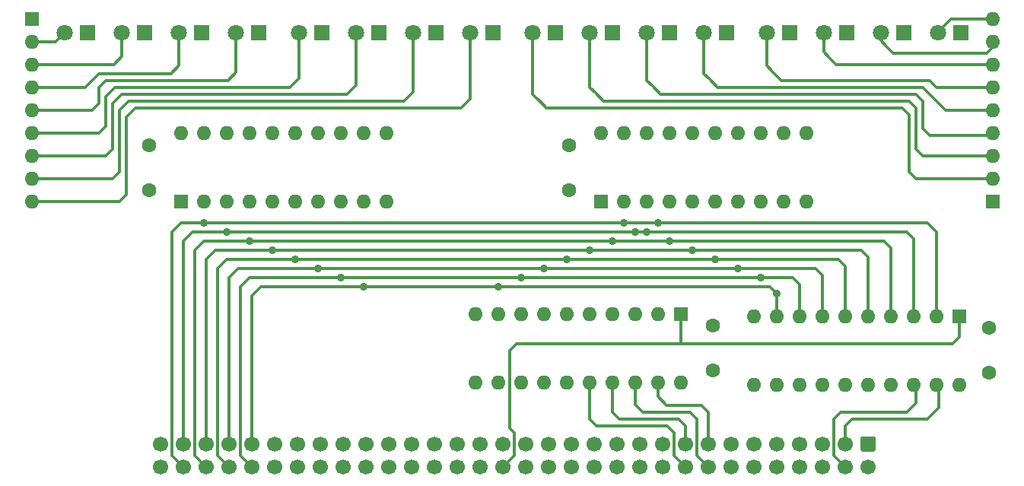
<source format=gbl>
%TF.GenerationSoftware,KiCad,Pcbnew,5.1.6-c6e7f7d~87~ubuntu18.04.1*%
%TF.CreationDate,2020-08-18T19:41:25+12:00*%
%TF.ProjectId,M1 Address Register,4d312041-6464-4726-9573-732052656769,rev?*%
%TF.SameCoordinates,Original*%
%TF.FileFunction,Copper,L4,Bot*%
%TF.FilePolarity,Positive*%
%FSLAX46Y46*%
G04 Gerber Fmt 4.6, Leading zero omitted, Abs format (unit mm)*
G04 Created by KiCad (PCBNEW 5.1.6-c6e7f7d~87~ubuntu18.04.1) date 2020-08-18 19:41:25*
%MOMM*%
%LPD*%
G01*
G04 APERTURE LIST*
%TA.AperFunction,ComponentPad*%
%ADD10C,1.600000*%
%TD*%
%TA.AperFunction,ComponentPad*%
%ADD11C,1.700000*%
%TD*%
%TA.AperFunction,ComponentPad*%
%ADD12R,1.600000X1.600000*%
%TD*%
%TA.AperFunction,ComponentPad*%
%ADD13O,1.600000X1.600000*%
%TD*%
%TA.AperFunction,ComponentPad*%
%ADD14C,1.800000*%
%TD*%
%TA.AperFunction,ComponentPad*%
%ADD15R,1.800000X1.800000*%
%TD*%
%TA.AperFunction,ViaPad*%
%ADD16C,0.889000*%
%TD*%
%TA.AperFunction,Conductor*%
%ADD17C,0.330200*%
%TD*%
G04 APERTURE END LIST*
D10*
%TO.P,C5,1*%
%TO.N,GND*%
X205359000Y-122555000D03*
%TO.P,C5,2*%
%TO.N,+5V*%
X205359000Y-127555000D03*
%TD*%
%TO.P,C6,2*%
%TO.N,+5V*%
X174625000Y-127301000D03*
%TO.P,C6,1*%
%TO.N,GND*%
X174625000Y-122301000D03*
%TD*%
%TO.P,C7,2*%
%TO.N,+5V*%
X111887000Y-102215000D03*
%TO.P,C7,1*%
%TO.N,GND*%
X111887000Y-107215000D03*
%TD*%
%TO.P,C8,1*%
%TO.N,GND*%
X158623000Y-107215000D03*
%TO.P,C8,2*%
%TO.N,+5V*%
X158623000Y-102215000D03*
%TD*%
%TO.P,J1,1*%
%TO.N,GND*%
%TA.AperFunction,ComponentPad*%
G36*
G01*
X191297000Y-134659000D02*
X192497000Y-134659000D01*
G75*
G02*
X192747000Y-134909000I0J-250000D01*
G01*
X192747000Y-136109000D01*
G75*
G02*
X192497000Y-136359000I-250000J0D01*
G01*
X191297000Y-136359000D01*
G75*
G02*
X191047000Y-136109000I0J250000D01*
G01*
X191047000Y-134909000D01*
G75*
G02*
X191297000Y-134659000I250000J0D01*
G01*
G37*
%TD.AperFunction*%
D11*
%TO.P,J1,3*%
%TO.N,/A0*%
X189357000Y-135509000D03*
%TO.P,J1,5*%
%TO.N,/A2*%
X186817000Y-135509000D03*
%TO.P,J1,7*%
%TO.N,/A4*%
X184277000Y-135509000D03*
%TO.P,J1,9*%
%TO.N,/A6*%
X181737000Y-135509000D03*
%TO.P,J1,11*%
%TO.N,GND*%
X179197000Y-135509000D03*
%TO.P,J1,13*%
X176657000Y-135509000D03*
%TO.P,J1,15*%
%TO.N,/A8*%
X174117000Y-135509000D03*
%TO.P,J1,17*%
%TO.N,/A10*%
X171577000Y-135509000D03*
%TO.P,J1,19*%
%TO.N,/A12*%
X169037000Y-135509000D03*
%TO.P,J1,21*%
%TO.N,/A14*%
X166497000Y-135509000D03*
%TO.P,J1,23*%
%TO.N,GND*%
X163957000Y-135509000D03*
%TO.P,J1,25*%
%TO.N,+5V*%
X161417000Y-135509000D03*
%TO.P,J1,27*%
%TO.N,GND*%
X158877000Y-135509000D03*
%TO.P,J1,29*%
%TO.N,Net-(J1-Pad29)*%
X156337000Y-135509000D03*
%TO.P,J1,31*%
%TO.N,Net-(J1-Pad31)*%
X153797000Y-135509000D03*
%TO.P,J1,33*%
%TO.N,Net-(J1-Pad33)*%
X151257000Y-135509000D03*
%TO.P,J1,35*%
%TO.N,/ADRHI*%
X148717000Y-135509000D03*
%TO.P,J1,37*%
%TO.N,Net-(J1-Pad37)*%
X146177000Y-135509000D03*
%TO.P,J1,39*%
%TO.N,GND*%
X143637000Y-135509000D03*
%TO.P,J1,41*%
X141097000Y-135509000D03*
%TO.P,J1,43*%
%TO.N,Net-(J1-Pad43)*%
X138557000Y-135509000D03*
%TO.P,J1,45*%
%TO.N,Net-(J1-Pad45)*%
X136017000Y-135509000D03*
%TO.P,J1,47*%
%TO.N,Net-(J1-Pad47)*%
X133477000Y-135509000D03*
%TO.P,J1,49*%
%TO.N,Net-(J1-Pad49)*%
X130937000Y-135509000D03*
%TO.P,J1,51*%
%TO.N,GND*%
X128397000Y-135509000D03*
%TO.P,J1,53*%
X125857000Y-135509000D03*
%TO.P,J1,55*%
%TO.N,/D7*%
X123317000Y-135509000D03*
%TO.P,J1,57*%
%TO.N,/D5*%
X120777000Y-135509000D03*
%TO.P,J1,59*%
%TO.N,/D3*%
X118237000Y-135509000D03*
%TO.P,J1,61*%
%TO.N,/D1*%
X115697000Y-135509000D03*
%TO.P,J1,63*%
%TO.N,GND*%
X113157000Y-135509000D03*
%TO.P,J1,2*%
X191897000Y-138049000D03*
%TO.P,J1,4*%
%TO.N,/A1*%
X189357000Y-138049000D03*
%TO.P,J1,6*%
%TO.N,/A3*%
X186817000Y-138049000D03*
%TO.P,J1,8*%
%TO.N,/A5*%
X184277000Y-138049000D03*
%TO.P,J1,10*%
%TO.N,/A7*%
X181737000Y-138049000D03*
%TO.P,J1,12*%
%TO.N,GND*%
X179197000Y-138049000D03*
%TO.P,J1,14*%
X176657000Y-138049000D03*
%TO.P,J1,16*%
%TO.N,/A9*%
X174117000Y-138049000D03*
%TO.P,J1,18*%
%TO.N,/A11*%
X171577000Y-138049000D03*
%TO.P,J1,20*%
%TO.N,/A13*%
X169037000Y-138049000D03*
%TO.P,J1,22*%
%TO.N,/A15*%
X166497000Y-138049000D03*
%TO.P,J1,24*%
%TO.N,GND*%
X163957000Y-138049000D03*
%TO.P,J1,26*%
%TO.N,+5V*%
X161417000Y-138049000D03*
%TO.P,J1,28*%
%TO.N,GND*%
X158877000Y-138049000D03*
%TO.P,J1,30*%
%TO.N,Net-(J1-Pad30)*%
X156337000Y-138049000D03*
%TO.P,J1,32*%
%TO.N,Net-(J1-Pad32)*%
X153797000Y-138049000D03*
%TO.P,J1,34*%
%TO.N,/nADROE*%
X151257000Y-138049000D03*
%TO.P,J1,36*%
%TO.N,/ADRLO*%
X148717000Y-138049000D03*
%TO.P,J1,38*%
%TO.N,Net-(J1-Pad38)*%
X146177000Y-138049000D03*
%TO.P,J1,40*%
%TO.N,Net-(J1-Pad40)*%
X143637000Y-138049000D03*
%TO.P,J1,42*%
%TO.N,GND*%
X141097000Y-138049000D03*
%TO.P,J1,44*%
%TO.N,Net-(J1-Pad44)*%
X138557000Y-138049000D03*
%TO.P,J1,46*%
%TO.N,Net-(J1-Pad46)*%
X136017000Y-138049000D03*
%TO.P,J1,48*%
%TO.N,Net-(J1-Pad48)*%
X133477000Y-138049000D03*
%TO.P,J1,50*%
%TO.N,Net-(J1-Pad50)*%
X130937000Y-138049000D03*
%TO.P,J1,52*%
%TO.N,GND*%
X128397000Y-138049000D03*
%TO.P,J1,54*%
X125857000Y-138049000D03*
%TO.P,J1,56*%
%TO.N,/D6*%
X123317000Y-138049000D03*
%TO.P,J1,58*%
%TO.N,/D4*%
X120777000Y-138049000D03*
%TO.P,J1,60*%
%TO.N,/D2*%
X118237000Y-138049000D03*
%TO.P,J1,62*%
%TO.N,/D0*%
X115697000Y-138049000D03*
%TO.P,J1,64*%
%TO.N,GND*%
X113157000Y-138049000D03*
%TD*%
D12*
%TO.P,RN1,1*%
%TO.N,GND*%
X98806000Y-88165000D03*
D13*
%TO.P,RN1,2*%
%TO.N,Net-(D1-Pad8)*%
X98806000Y-90705000D03*
%TO.P,RN1,3*%
%TO.N,Net-(D1-Pad6)*%
X98806000Y-93245000D03*
%TO.P,RN1,4*%
%TO.N,Net-(D1-Pad4)*%
X98806000Y-95785000D03*
%TO.P,RN1,5*%
%TO.N,Net-(D1-Pad2)*%
X98806000Y-98325000D03*
%TO.P,RN1,6*%
%TO.N,Net-(D2-Pad8)*%
X98806000Y-100865000D03*
%TO.P,RN1,7*%
%TO.N,Net-(D2-Pad6)*%
X98806000Y-103405000D03*
%TO.P,RN1,8*%
%TO.N,Net-(D2-Pad4)*%
X98806000Y-105945000D03*
%TO.P,RN1,9*%
%TO.N,Net-(D2-Pad2)*%
X98806000Y-108485000D03*
%TD*%
D14*
%TO.P,D1,4*%
%TO.N,Net-(D1-Pad4)*%
X115189000Y-89689000D03*
D15*
%TO.P,D1,3*%
%TO.N,Net-(D1-Pad3)*%
X117729000Y-89689000D03*
%TO.P,D1,5*%
%TO.N,Net-(D1-Pad5)*%
X111379000Y-89689000D03*
D14*
%TO.P,D1,6*%
%TO.N,Net-(D1-Pad6)*%
X108839000Y-89689000D03*
D15*
%TO.P,D1,1*%
%TO.N,Net-(D1-Pad1)*%
X124079000Y-89689000D03*
D14*
%TO.P,D1,2*%
%TO.N,Net-(D1-Pad2)*%
X121539000Y-89689000D03*
D15*
%TO.P,D1,7*%
%TO.N,Net-(D1-Pad7)*%
X105029000Y-89689000D03*
D14*
%TO.P,D1,8*%
%TO.N,Net-(D1-Pad8)*%
X102489000Y-89689000D03*
%TD*%
%TO.P,D2,8*%
%TO.N,Net-(D2-Pad8)*%
X128524000Y-89689000D03*
D15*
%TO.P,D2,7*%
%TO.N,Net-(D2-Pad7)*%
X131064000Y-89689000D03*
D14*
%TO.P,D2,2*%
%TO.N,Net-(D2-Pad2)*%
X147574000Y-89689000D03*
D15*
%TO.P,D2,1*%
%TO.N,Net-(D2-Pad1)*%
X150114000Y-89689000D03*
D14*
%TO.P,D2,6*%
%TO.N,Net-(D2-Pad6)*%
X134874000Y-89689000D03*
D15*
%TO.P,D2,5*%
%TO.N,Net-(D2-Pad5)*%
X137414000Y-89689000D03*
%TO.P,D2,3*%
%TO.N,Net-(D2-Pad3)*%
X143764000Y-89689000D03*
D14*
%TO.P,D2,4*%
%TO.N,Net-(D2-Pad4)*%
X141224000Y-89689000D03*
%TD*%
%TO.P,D3,4*%
%TO.N,Net-(D3-Pad4)*%
X167259000Y-89689000D03*
D15*
%TO.P,D3,3*%
%TO.N,Net-(D3-Pad3)*%
X169799000Y-89689000D03*
%TO.P,D3,5*%
%TO.N,Net-(D3-Pad5)*%
X163449000Y-89689000D03*
D14*
%TO.P,D3,6*%
%TO.N,Net-(D3-Pad6)*%
X160909000Y-89689000D03*
D15*
%TO.P,D3,1*%
%TO.N,Net-(D3-Pad1)*%
X176149000Y-89689000D03*
D14*
%TO.P,D3,2*%
%TO.N,Net-(D3-Pad2)*%
X173609000Y-89689000D03*
D15*
%TO.P,D3,7*%
%TO.N,Net-(D3-Pad7)*%
X157099000Y-89689000D03*
D14*
%TO.P,D3,8*%
%TO.N,Net-(D3-Pad8)*%
X154559000Y-89689000D03*
%TD*%
%TO.P,D4,8*%
%TO.N,Net-(D4-Pad8)*%
X180594000Y-89689000D03*
D15*
%TO.P,D4,7*%
%TO.N,Net-(D4-Pad7)*%
X183134000Y-89689000D03*
D14*
%TO.P,D4,2*%
%TO.N,Net-(D4-Pad2)*%
X199644000Y-89689000D03*
D15*
%TO.P,D4,1*%
%TO.N,Net-(D4-Pad1)*%
X202184000Y-89689000D03*
D14*
%TO.P,D4,6*%
%TO.N,Net-(D4-Pad6)*%
X186944000Y-89689000D03*
D15*
%TO.P,D4,5*%
%TO.N,Net-(D4-Pad5)*%
X189484000Y-89689000D03*
%TO.P,D4,3*%
%TO.N,Net-(D4-Pad3)*%
X195834000Y-89689000D03*
D14*
%TO.P,D4,4*%
%TO.N,Net-(D4-Pad4)*%
X193294000Y-89689000D03*
%TD*%
D12*
%TO.P,RN2,1*%
%TO.N,GND*%
X205740000Y-108485000D03*
D13*
%TO.P,RN2,2*%
%TO.N,Net-(D3-Pad8)*%
X205740000Y-105945000D03*
%TO.P,RN2,3*%
%TO.N,Net-(D3-Pad6)*%
X205740000Y-103405000D03*
%TO.P,RN2,4*%
%TO.N,Net-(D3-Pad4)*%
X205740000Y-100865000D03*
%TO.P,RN2,5*%
%TO.N,Net-(D3-Pad2)*%
X205740000Y-98325000D03*
%TO.P,RN2,6*%
%TO.N,Net-(D4-Pad8)*%
X205740000Y-95785000D03*
%TO.P,RN2,7*%
%TO.N,Net-(D4-Pad6)*%
X205740000Y-93245000D03*
%TO.P,RN2,8*%
%TO.N,Net-(D4-Pad4)*%
X205740000Y-90705000D03*
%TO.P,RN2,9*%
%TO.N,Net-(D4-Pad2)*%
X205740000Y-88165000D03*
%TD*%
D12*
%TO.P,U1,1*%
%TO.N,/nADROE*%
X202057000Y-121285000D03*
D13*
%TO.P,U1,11*%
%TO.N,/ADRLO*%
X179197000Y-128905000D03*
%TO.P,U1,2*%
%TO.N,/D0*%
X199517000Y-121285000D03*
%TO.P,U1,12*%
%TO.N,/A7*%
X181737000Y-128905000D03*
%TO.P,U1,3*%
%TO.N,/D1*%
X196977000Y-121285000D03*
%TO.P,U1,13*%
%TO.N,/A6*%
X184277000Y-128905000D03*
%TO.P,U1,4*%
%TO.N,/D2*%
X194437000Y-121285000D03*
%TO.P,U1,14*%
%TO.N,/A5*%
X186817000Y-128905000D03*
%TO.P,U1,5*%
%TO.N,/D3*%
X191897000Y-121285000D03*
%TO.P,U1,15*%
%TO.N,/A4*%
X189357000Y-128905000D03*
%TO.P,U1,6*%
%TO.N,/D4*%
X189357000Y-121285000D03*
%TO.P,U1,16*%
%TO.N,/A3*%
X191897000Y-128905000D03*
%TO.P,U1,7*%
%TO.N,/D5*%
X186817000Y-121285000D03*
%TO.P,U1,17*%
%TO.N,/A2*%
X194437000Y-128905000D03*
%TO.P,U1,8*%
%TO.N,/D6*%
X184277000Y-121285000D03*
%TO.P,U1,18*%
%TO.N,/A1*%
X196977000Y-128905000D03*
%TO.P,U1,9*%
%TO.N,/D7*%
X181737000Y-121285000D03*
%TO.P,U1,19*%
%TO.N,/A0*%
X199517000Y-128905000D03*
%TO.P,U1,10*%
%TO.N,GND*%
X179197000Y-121285000D03*
%TO.P,U1,20*%
%TO.N,+5V*%
X202057000Y-128905000D03*
%TD*%
%TO.P,U2,20*%
%TO.N,+5V*%
X171069000Y-128651000D03*
%TO.P,U2,10*%
%TO.N,GND*%
X148209000Y-121031000D03*
%TO.P,U2,19*%
%TO.N,/A8*%
X168529000Y-128651000D03*
%TO.P,U2,9*%
%TO.N,/D7*%
X150749000Y-121031000D03*
%TO.P,U2,18*%
%TO.N,/A9*%
X165989000Y-128651000D03*
%TO.P,U2,8*%
%TO.N,/D6*%
X153289000Y-121031000D03*
%TO.P,U2,17*%
%TO.N,/A10*%
X163449000Y-128651000D03*
%TO.P,U2,7*%
%TO.N,/D5*%
X155829000Y-121031000D03*
%TO.P,U2,16*%
%TO.N,/A11*%
X160909000Y-128651000D03*
%TO.P,U2,6*%
%TO.N,/D4*%
X158369000Y-121031000D03*
%TO.P,U2,15*%
%TO.N,/A12*%
X158369000Y-128651000D03*
%TO.P,U2,5*%
%TO.N,/D3*%
X160909000Y-121031000D03*
%TO.P,U2,14*%
%TO.N,/A13*%
X155829000Y-128651000D03*
%TO.P,U2,4*%
%TO.N,/D2*%
X163449000Y-121031000D03*
%TO.P,U2,13*%
%TO.N,/A14*%
X153289000Y-128651000D03*
%TO.P,U2,3*%
%TO.N,/D1*%
X165989000Y-121031000D03*
%TO.P,U2,12*%
%TO.N,/A15*%
X150749000Y-128651000D03*
%TO.P,U2,2*%
%TO.N,/D0*%
X168529000Y-121031000D03*
%TO.P,U2,11*%
%TO.N,/ADRHI*%
X148209000Y-128651000D03*
D12*
%TO.P,U2,1*%
%TO.N,/nADROE*%
X171069000Y-121031000D03*
%TD*%
D13*
%TO.P,U3,20*%
%TO.N,+5V*%
X115443000Y-100865000D03*
%TO.P,U3,10*%
%TO.N,GND*%
X138303000Y-108485000D03*
%TO.P,U3,19*%
%TO.N,Net-(D1-Pad7)*%
X117983000Y-100865000D03*
%TO.P,U3,9*%
%TO.N,/D7*%
X135763000Y-108485000D03*
%TO.P,U3,18*%
%TO.N,Net-(D1-Pad5)*%
X120523000Y-100865000D03*
%TO.P,U3,8*%
%TO.N,/D6*%
X133223000Y-108485000D03*
%TO.P,U3,17*%
%TO.N,Net-(D1-Pad3)*%
X123063000Y-100865000D03*
%TO.P,U3,7*%
%TO.N,/D5*%
X130683000Y-108485000D03*
%TO.P,U3,16*%
%TO.N,Net-(D1-Pad1)*%
X125603000Y-100865000D03*
%TO.P,U3,6*%
%TO.N,/D4*%
X128143000Y-108485000D03*
%TO.P,U3,15*%
%TO.N,Net-(D2-Pad7)*%
X128143000Y-100865000D03*
%TO.P,U3,5*%
%TO.N,/D3*%
X125603000Y-108485000D03*
%TO.P,U3,14*%
%TO.N,Net-(D2-Pad5)*%
X130683000Y-100865000D03*
%TO.P,U3,4*%
%TO.N,/D2*%
X123063000Y-108485000D03*
%TO.P,U3,13*%
%TO.N,Net-(D2-Pad3)*%
X133223000Y-100865000D03*
%TO.P,U3,3*%
%TO.N,/D1*%
X120523000Y-108485000D03*
%TO.P,U3,12*%
%TO.N,Net-(D2-Pad1)*%
X135763000Y-100865000D03*
%TO.P,U3,2*%
%TO.N,/D0*%
X117983000Y-108485000D03*
%TO.P,U3,11*%
%TO.N,/ADRLO*%
X138303000Y-100865000D03*
D12*
%TO.P,U3,1*%
%TO.N,GND*%
X115443000Y-108485000D03*
%TD*%
%TO.P,U4,1*%
%TO.N,GND*%
X162179000Y-108485000D03*
D13*
%TO.P,U4,11*%
%TO.N,/ADRHI*%
X185039000Y-100865000D03*
%TO.P,U4,2*%
%TO.N,/D0*%
X164719000Y-108485000D03*
%TO.P,U4,12*%
%TO.N,Net-(D4-Pad1)*%
X182499000Y-100865000D03*
%TO.P,U4,3*%
%TO.N,/D1*%
X167259000Y-108485000D03*
%TO.P,U4,13*%
%TO.N,Net-(D4-Pad3)*%
X179959000Y-100865000D03*
%TO.P,U4,4*%
%TO.N,/D2*%
X169799000Y-108485000D03*
%TO.P,U4,14*%
%TO.N,Net-(D4-Pad5)*%
X177419000Y-100865000D03*
%TO.P,U4,5*%
%TO.N,/D3*%
X172339000Y-108485000D03*
%TO.P,U4,15*%
%TO.N,Net-(D4-Pad7)*%
X174879000Y-100865000D03*
%TO.P,U4,6*%
%TO.N,/D4*%
X174879000Y-108485000D03*
%TO.P,U4,16*%
%TO.N,Net-(D3-Pad1)*%
X172339000Y-100865000D03*
%TO.P,U4,7*%
%TO.N,/D5*%
X177419000Y-108485000D03*
%TO.P,U4,17*%
%TO.N,Net-(D3-Pad3)*%
X169799000Y-100865000D03*
%TO.P,U4,8*%
%TO.N,/D6*%
X179959000Y-108485000D03*
%TO.P,U4,18*%
%TO.N,Net-(D3-Pad5)*%
X167259000Y-100865000D03*
%TO.P,U4,9*%
%TO.N,/D7*%
X182499000Y-108485000D03*
%TO.P,U4,19*%
%TO.N,Net-(D3-Pad7)*%
X164719000Y-100865000D03*
%TO.P,U4,10*%
%TO.N,GND*%
X185039000Y-108485000D03*
%TO.P,U4,20*%
%TO.N,+5V*%
X162179000Y-100865000D03*
%TD*%
D16*
%TO.N,/D6*%
X133223000Y-116967000D03*
X153289000Y-116967000D03*
X179959000Y-116967000D03*
%TO.N,/D4*%
X128143000Y-114935000D03*
X158369000Y-114935000D03*
X174879000Y-114935000D03*
%TO.N,/D2*%
X123063000Y-112903000D03*
X163449000Y-112903000D03*
X169799000Y-112903000D03*
%TO.N,/D0*%
X117983000Y-110871000D03*
X168529000Y-110871000D03*
X164719000Y-110871000D03*
%TO.N,/D7*%
X135763000Y-117983000D03*
X150749000Y-117983000D03*
X181737000Y-118745000D03*
%TO.N,/D5*%
X130683000Y-115951000D03*
X155829000Y-115951000D03*
X177419000Y-115951000D03*
%TO.N,/D3*%
X125603000Y-113919000D03*
X160909000Y-113919000D03*
X172339000Y-113919000D03*
%TO.N,/D1*%
X120523000Y-111887000D03*
X165989000Y-111887000D03*
X167259000Y-111887000D03*
%TD*%
D17*
%TO.N,Net-(D1-Pad2)*%
X107061000Y-95023000D02*
X106299000Y-95785000D01*
X121539000Y-89689000D02*
X121539000Y-94134000D01*
X121539000Y-94134000D02*
X120650000Y-95023000D01*
X120650000Y-95023000D02*
X107061000Y-95023000D01*
X106299000Y-97563000D02*
X105537000Y-98325000D01*
X98806000Y-98325000D02*
X105537000Y-98325000D01*
X106299000Y-95785000D02*
X106299000Y-97563000D01*
%TO.N,Net-(D2-Pad2)*%
X110363000Y-98071000D02*
X109347000Y-99087000D01*
X147574000Y-97055000D02*
X146558000Y-98071000D01*
X147574000Y-89689000D02*
X147574000Y-97055000D01*
X146558000Y-98071000D02*
X110363000Y-98071000D01*
X108585000Y-108485000D02*
X109347000Y-107723000D01*
X98806000Y-108485000D02*
X108585000Y-108485000D01*
X109347000Y-99087000D02*
X109347000Y-107723000D01*
%TO.N,Net-(D3-Pad2)*%
X175133000Y-95785000D02*
X197993000Y-95785000D01*
X174244000Y-94896000D02*
X175133000Y-95785000D01*
X197993000Y-95785000D02*
X198755000Y-96547000D01*
X200533000Y-98325000D02*
X198755000Y-96547000D01*
X206375000Y-98325000D02*
X200533000Y-98325000D01*
X173609000Y-94261000D02*
X174244000Y-94896000D01*
X173609000Y-89689000D02*
X173609000Y-94261000D01*
%TO.N,Net-(D4-Pad2)*%
X199644000Y-89674618D02*
X199644000Y-89689000D01*
X201153618Y-88165000D02*
X199644000Y-89674618D01*
X205740000Y-88165000D02*
X201153618Y-88165000D01*
%TO.N,/A1*%
X188849000Y-131953000D02*
X188087000Y-132715000D01*
X188087000Y-136779000D02*
X189357000Y-138049000D01*
X196215000Y-131953000D02*
X188849000Y-131953000D01*
X188087000Y-132715000D02*
X188087000Y-136779000D01*
X197231000Y-130937000D02*
X196215000Y-131953000D01*
X197231000Y-128905000D02*
X197231000Y-130937000D01*
%TO.N,/A9*%
X165989000Y-131111000D02*
X166831000Y-131953000D01*
X165989000Y-128651000D02*
X165989000Y-131111000D01*
X166831000Y-131953000D02*
X172085000Y-131953000D01*
X172847000Y-136779000D02*
X174117000Y-138049000D01*
X172847000Y-132715000D02*
X172847000Y-136779000D01*
X172085000Y-131953000D02*
X172847000Y-132715000D01*
%TO.N,/A11*%
X160909000Y-132715000D02*
X161671000Y-133477000D01*
X160909000Y-128651000D02*
X160909000Y-132715000D01*
X169545000Y-133477000D02*
X170307000Y-134239000D01*
X161671000Y-133477000D02*
X169545000Y-133477000D01*
X170307000Y-134239000D02*
X170307000Y-136779000D01*
X170307000Y-136779000D02*
X171577000Y-138049000D01*
%TO.N,/D6*%
X183515000Y-116967000D02*
X184277000Y-117729000D01*
X133223000Y-116967000D02*
X153289000Y-116967000D01*
X153289000Y-116967000D02*
X179959000Y-116967000D01*
X179959000Y-116967000D02*
X183515000Y-116967000D01*
X184277000Y-117729000D02*
X184277000Y-121285000D01*
X122047000Y-136779000D02*
X123317000Y-138049000D01*
X123063000Y-116967000D02*
X122047000Y-117983000D01*
X122047000Y-117983000D02*
X122047000Y-136779000D01*
X133223000Y-116967000D02*
X123063000Y-116967000D01*
%TO.N,/D4*%
X128143000Y-114935000D02*
X158369000Y-114935000D01*
X189357000Y-115697000D02*
X189357000Y-121285000D01*
X158369000Y-114935000D02*
X188595000Y-114935000D01*
X188595000Y-114935000D02*
X189357000Y-115697000D01*
X119507000Y-136779000D02*
X120777000Y-138049000D01*
X119507000Y-115951000D02*
X119507000Y-136779000D01*
X120523000Y-114935000D02*
X119507000Y-115951000D01*
X128143000Y-114935000D02*
X120523000Y-114935000D01*
%TO.N,/D2*%
X123063000Y-112903000D02*
X163449000Y-112903000D01*
X194437000Y-113665000D02*
X194437000Y-121285000D01*
X163449000Y-112903000D02*
X193675000Y-112903000D01*
X193675000Y-112903000D02*
X194437000Y-113665000D01*
X116967000Y-136779000D02*
X118237000Y-138049000D01*
X116967000Y-113919000D02*
X116967000Y-136779000D01*
X117983000Y-112903000D02*
X116967000Y-113919000D01*
X123063000Y-112903000D02*
X117983000Y-112903000D01*
%TO.N,/D0*%
X117983000Y-110871000D02*
X168529000Y-110871000D01*
X168529000Y-110871000D02*
X170053000Y-110871000D01*
X199517000Y-121285000D02*
X199517000Y-111887000D01*
X199517000Y-111887000D02*
X198501000Y-110871000D01*
X170053000Y-110871000D02*
X198501000Y-110871000D01*
X114427000Y-136779000D02*
X115697000Y-138049000D01*
X114427000Y-111887000D02*
X114427000Y-136779000D01*
X115443000Y-110871000D02*
X114427000Y-111887000D01*
X117983000Y-110871000D02*
X115443000Y-110871000D01*
%TO.N,/A8*%
X168529000Y-130231000D02*
X169489000Y-131191000D01*
X168529000Y-128651000D02*
X168529000Y-130231000D01*
X173355000Y-131191000D02*
X174117000Y-131953000D01*
X169489000Y-131191000D02*
X173355000Y-131191000D01*
X174117000Y-131953000D02*
X174117000Y-135509000D01*
%TO.N,/A10*%
X163449000Y-128651000D02*
X163449000Y-131953000D01*
X163449000Y-131953000D02*
X164211000Y-132715000D01*
X170815000Y-132715000D02*
X171577000Y-133477000D01*
X164211000Y-132715000D02*
X170815000Y-132715000D01*
X171577000Y-133477000D02*
X171577000Y-135509000D01*
%TO.N,/D7*%
X180975000Y-117983000D02*
X181737000Y-118745000D01*
X135763000Y-117983000D02*
X150749000Y-117983000D01*
X150749000Y-117983000D02*
X180975000Y-117983000D01*
X181737000Y-118745000D02*
X181737000Y-118745000D01*
X181737000Y-118745000D02*
X181737000Y-121285000D01*
X123317000Y-118999000D02*
X123317000Y-135509000D01*
X124333000Y-117983000D02*
X123317000Y-118999000D01*
X135763000Y-117983000D02*
X124333000Y-117983000D01*
%TO.N,/D5*%
X155829000Y-115951000D02*
X130683000Y-115951000D01*
X186817000Y-116713000D02*
X186817000Y-121285000D01*
X155829000Y-115951000D02*
X186055000Y-115951000D01*
X186055000Y-115951000D02*
X186817000Y-116713000D01*
X120777000Y-116967000D02*
X120777000Y-135509000D01*
X121793000Y-115951000D02*
X120777000Y-116967000D01*
X130683000Y-115951000D02*
X121793000Y-115951000D01*
%TO.N,/D3*%
X160909000Y-113919000D02*
X125603000Y-113919000D01*
X191897000Y-114681000D02*
X191897000Y-121285000D01*
X160909000Y-113919000D02*
X191135000Y-113919000D01*
X191135000Y-113919000D02*
X191897000Y-114681000D01*
X118237000Y-114935000D02*
X118237000Y-135509000D01*
X119253000Y-113919000D02*
X118237000Y-114935000D01*
X125603000Y-113919000D02*
X119253000Y-113919000D01*
%TO.N,/D1*%
X120523000Y-111887000D02*
X165989000Y-111887000D01*
X196977000Y-112649000D02*
X196977000Y-121285000D01*
X165989000Y-111887000D02*
X196215000Y-111887000D01*
X196215000Y-111887000D02*
X196977000Y-112649000D01*
X115697000Y-112903000D02*
X115697000Y-135509000D01*
X116713000Y-111887000D02*
X115697000Y-112903000D01*
X120523000Y-111887000D02*
X116713000Y-111887000D01*
%TO.N,/A0*%
X189357000Y-133477000D02*
X189357000Y-135509000D01*
X190119000Y-132715000D02*
X189357000Y-133477000D01*
X198501000Y-132715000D02*
X190119000Y-132715000D01*
X199771000Y-131445000D02*
X198501000Y-132715000D01*
X199771000Y-128905000D02*
X199771000Y-131445000D01*
%TO.N,Net-(D1-Pad4)*%
X106299000Y-94261000D02*
X105537000Y-95023000D01*
X104775000Y-95785000D02*
X105537000Y-95023000D01*
X99441000Y-95785000D02*
X104775000Y-95785000D01*
X115189000Y-93372000D02*
X114300000Y-94261000D01*
X115189000Y-89689000D02*
X115189000Y-93372000D01*
X114300000Y-94261000D02*
X106299000Y-94261000D01*
%TO.N,Net-(D1-Pad6)*%
X108839000Y-92356000D02*
X107950000Y-93245000D01*
X108839000Y-89689000D02*
X108839000Y-92356000D01*
X107950000Y-93245000D02*
X99441000Y-93245000D01*
%TO.N,Net-(D1-Pad8)*%
X101473000Y-90705000D02*
X102489000Y-89689000D01*
X98806000Y-90705000D02*
X101473000Y-90705000D01*
%TO.N,Net-(D2-Pad8)*%
X108077000Y-95785000D02*
X107061000Y-96801000D01*
X128524000Y-94769000D02*
X127508000Y-95785000D01*
X128524000Y-89689000D02*
X128524000Y-94769000D01*
X127508000Y-95785000D02*
X108077000Y-95785000D01*
X106299000Y-100865000D02*
X107061000Y-100103000D01*
X98806000Y-100865000D02*
X106299000Y-100865000D01*
X107061000Y-96801000D02*
X107061000Y-100103000D01*
%TO.N,Net-(D2-Pad6)*%
X108839000Y-96547000D02*
X107823000Y-97563000D01*
X134874000Y-95531000D02*
X133858000Y-96547000D01*
X134874000Y-89689000D02*
X134874000Y-95531000D01*
X133858000Y-96547000D02*
X108839000Y-96547000D01*
X107061000Y-103405000D02*
X107823000Y-102643000D01*
X98806000Y-103405000D02*
X107061000Y-103405000D01*
X107823000Y-97563000D02*
X107823000Y-102643000D01*
%TO.N,Net-(D2-Pad4)*%
X109601000Y-97309000D02*
X108585000Y-98325000D01*
X141224000Y-96293000D02*
X140208000Y-97309000D01*
X141224000Y-89689000D02*
X141224000Y-96293000D01*
X140208000Y-97309000D02*
X109601000Y-97309000D01*
X98806000Y-105945000D02*
X107823000Y-105945000D01*
X107823000Y-105945000D02*
X108585000Y-105183000D01*
X108585000Y-98325000D02*
X108585000Y-105183000D01*
%TO.N,Net-(D3-Pad4)*%
X206121000Y-101119000D02*
X198755000Y-101119000D01*
X197993000Y-97309000D02*
X197993000Y-100357000D01*
X197231000Y-96547000D02*
X197993000Y-97309000D01*
X168783000Y-96547000D02*
X197231000Y-96547000D01*
X167894000Y-95658000D02*
X168783000Y-96547000D01*
X197993000Y-100357000D02*
X198755000Y-101119000D01*
X167259000Y-95023000D02*
X167894000Y-95658000D01*
X167259000Y-89689000D02*
X167259000Y-95023000D01*
%TO.N,Net-(D3-Pad6)*%
X162433000Y-97309000D02*
X196469000Y-97309000D01*
X161544000Y-96420000D02*
X162433000Y-97309000D01*
X196469000Y-97309000D02*
X197231000Y-98071000D01*
X197993000Y-103405000D02*
X197231000Y-102643000D01*
X206375000Y-103405000D02*
X197993000Y-103405000D01*
X197231000Y-98071000D02*
X197231000Y-102643000D01*
X160909000Y-95785000D02*
X161544000Y-96420000D01*
X160909000Y-89689000D02*
X160909000Y-95785000D01*
%TO.N,Net-(D3-Pad8)*%
X155194000Y-97182000D02*
X156083000Y-98071000D01*
X195707000Y-98071000D02*
X156083000Y-98071000D01*
X195707000Y-98071000D02*
X196469000Y-98833000D01*
X197231000Y-105945000D02*
X196469000Y-105183000D01*
X206375000Y-105945000D02*
X197231000Y-105945000D01*
X196469000Y-98833000D02*
X196469000Y-105183000D01*
X154559000Y-96547000D02*
X156083000Y-98071000D01*
X154559000Y-89689000D02*
X154559000Y-96547000D01*
%TO.N,Net-(D4-Pad8)*%
X198755000Y-95023000D02*
X182245000Y-95023000D01*
X182245000Y-95023000D02*
X181229000Y-94007000D01*
X198755000Y-95023000D02*
X199517000Y-95785000D01*
X206375000Y-95785000D02*
X199517000Y-95785000D01*
X180594000Y-93372000D02*
X181229000Y-94007000D01*
X180594000Y-89689000D02*
X180594000Y-93372000D01*
%TO.N,Net-(D4-Pad6)*%
X188341000Y-93245000D02*
X187579000Y-92483000D01*
X206375000Y-93245000D02*
X188341000Y-93245000D01*
X186944000Y-91848000D02*
X187579000Y-92483000D01*
X186944000Y-89689000D02*
X186944000Y-91848000D01*
%TO.N,Net-(D4-Pad4)*%
X206375000Y-90705000D02*
X205105000Y-91975000D01*
X205105000Y-91975000D02*
X194691000Y-91975000D01*
X194691000Y-91975000D02*
X193929000Y-91213000D01*
X193294000Y-90578000D02*
X193929000Y-91213000D01*
X193294000Y-89689000D02*
X193294000Y-90578000D01*
%TO.N,/nADROE*%
X201295000Y-124333000D02*
X202057000Y-123571000D01*
X202057000Y-123571000D02*
X202057000Y-121285000D01*
X171069000Y-121031000D02*
X171069000Y-124333000D01*
X171069000Y-124333000D02*
X201295000Y-124333000D01*
X152527000Y-136779000D02*
X151257000Y-138049000D01*
X152527000Y-134239000D02*
X152527000Y-136779000D01*
X152019000Y-125095000D02*
X152019000Y-133731000D01*
X152019000Y-133731000D02*
X152527000Y-134239000D01*
X152781000Y-124333000D02*
X152019000Y-125095000D01*
X171069000Y-124333000D02*
X152781000Y-124333000D01*
%TD*%
M02*

</source>
